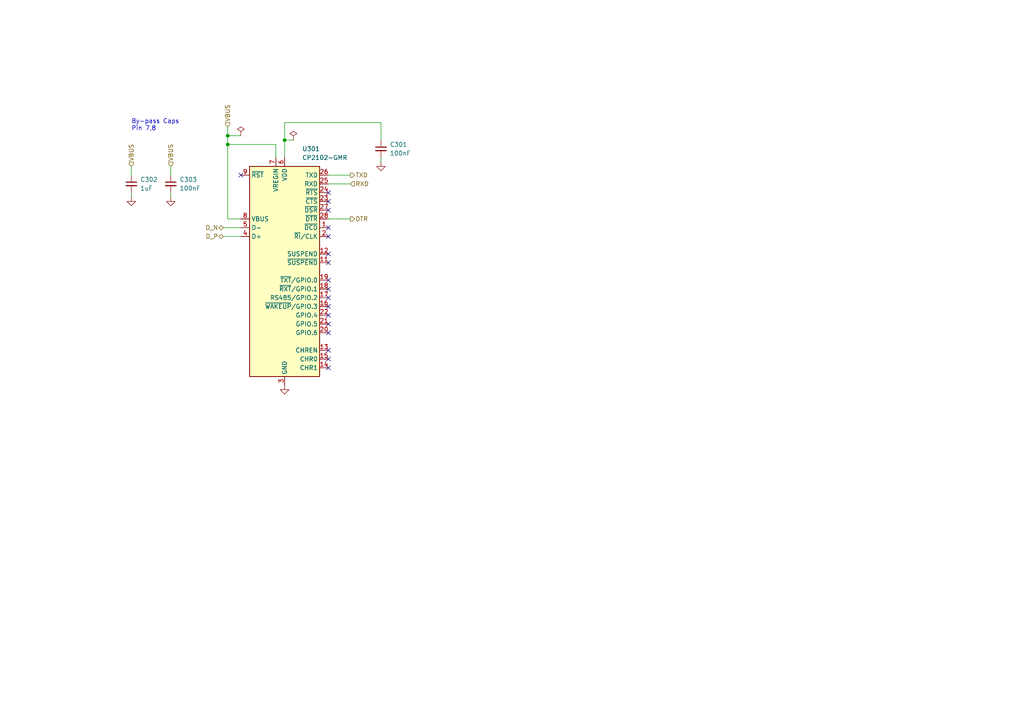
<source format=kicad_sch>
(kicad_sch (version 20230121) (generator eeschema)
  (paper "A4")
  (title_block (date "2023-01-31"))
  (lib_symbols
    (symbol "Device:C_Small" (pin_numbers hide) (pin_names (offset 0.254) hide)
      (property "Reference" "C" (at 0.254 1.778 0))
      (property "Value" "C_Small" (at 0.254 -2.032 0))
      (symbol "C_Small_0_1"
        (polyline (pts (xy -1.524 -0.508) (xy 1.524 -0.508)) (stroke (width 0.3302)))
        (polyline (pts (xy -1.524 0.508) (xy 1.524 0.508)) (stroke (width 0.3048)))
      )
      (symbol "C_Small_1_1"
        (pin passive line (at 0 2.54 270) (length 2.032) (name "~") (number "1"))
        (pin passive line (at 0 -2.54 90) (length 2.032) (name "~") (number "2"))
      )
    )
    (symbol "Interface_USB:CP2102N-Axx-xQFN28"
      (property "Reference" "U" (at -8.89 31.75 0))
      (property "Value" "CP2102N-Axx-xQFN28" (at 12.7 31.75 0))
      (symbol "CP2102N-Axx-xQFN28_0_1"
        (rectangle (start -10.16 30.48) (end 10.16 -30.48) (stroke (width 0.254)) (fill (type background)))
      )
      (symbol "CP2102N-Axx-xQFN28_1_1"
        (pin input line (at 12.7 12.7 180) (length 2.54) (name "~{DCD}") (number "1"))
        (pin no_connect line (at -10.16 -27.94 0) (length 2.54) hide (name "NC") (number "10"))
        (pin output line (at 12.7 2.54 180) (length 2.54) (name "~{SUSPEND}") (number "11"))
        (pin output line (at 12.7 5.08 180) (length 2.54) (name "SUSPEND") (number "12"))
        (pin output line (at 12.7 -22.86 180) (length 2.54) (name "CHREN") (number "13"))
        (pin output line (at 12.7 -27.94 180) (length 2.54) (name "CHR1") (number "14"))
        (pin output line (at 12.7 -25.4 180) (length 2.54) (name "CHR0") (number "15"))
        (pin bidirectional line (at 12.7 -10.16 180) (length 2.54) (name "~{WAKEUP}/GPIO.3") (number "16"))
        (pin bidirectional line (at 12.7 -7.62 180) (length 2.54) (name "RS485/GPIO.2") (number "17"))
        (pin bidirectional line (at 12.7 -5.08 180) (length 2.54) (name "~{RXT}/GPIO.1") (number "18"))
        (pin bidirectional line (at 12.7 -2.54 180) (length 2.54) (name "~{TXT}/GPIO.0") (number "19"))
        (pin bidirectional line (at 12.7 10.16 180) (length 2.54) (name "~{RI}/CLK") (number "2"))
        (pin bidirectional line (at 12.7 -17.78 180) (length 2.54) (name "GPIO.6") (number "20"))
        (pin bidirectional line (at 12.7 -15.24 180) (length 2.54) (name "GPIO.5") (number "21"))
        (pin bidirectional line (at 12.7 -12.7 180) (length 2.54) (name "GPIO.4") (number "22"))
        (pin input line (at 12.7 20.32 180) (length 2.54) (name "~{CTS}") (number "23"))
        (pin output line (at 12.7 22.86 180) (length 2.54) (name "~{RTS}") (number "24"))
        (pin input line (at 12.7 25.4 180) (length 2.54) (name "RXD") (number "25"))
        (pin output line (at 12.7 27.94 180) (length 2.54) (name "TXD") (number "26"))
        (pin input line (at 12.7 17.78 180) (length 2.54) (name "~{DSR}") (number "27"))
        (pin output line (at 12.7 15.24 180) (length 2.54) (name "~{DTR}") (number "28"))
        (pin passive line (at 0 -33.02 90) (length 2.54) hide (name "GND") (number "29"))
        (pin power_in line (at 0 -33.02 90) (length 2.54) (name "GND") (number "3"))
        (pin bidirectional line (at -12.7 10.16 0) (length 2.54) (name "D+") (number "4"))
        (pin bidirectional line (at -12.7 12.7 0) (length 2.54) (name "D-") (number "5"))
        (pin power_in line (at 0 33.02 270) (length 2.54) (name "VDD") (number "6"))
        (pin power_in line (at -2.54 33.02 270) (length 2.54) (name "VREGIN") (number "7"))
        (pin input line (at -12.7 15.24 0) (length 2.54) (name "VBUS") (number "8"))
        (pin input line (at -12.7 27.94 0) (length 2.54) (name "~{RST}") (number "9"))
      )
    )
    (symbol "power:GND" (power) (pin_names (offset 0))
      (property "Value" "GND" (at 0 -3.81 0))
      (symbol "GND_0_1"
        (polyline (pts (xy 0 0) (xy 0 -1.27) (xy 1.27 -1.27) (xy 0 -2.54) (xy -1.27 -1.27) (xy 0 -1.27)))
      )
      (symbol "GND_1_1"
        (pin power_in line (at 0 0 270) (length 0) hide (name "GND") (number "1"))
      )
    )
    (symbol "power:PWR_FLAG" (power) (pin_numbers hide) (pin_names (offset 0) hide)
      (property "Value" "PWR_FLAG" (at 0 3.81 0))
      (symbol "PWR_FLAG_0_0"
        (pin power_out line (at 0 0 90) (length 0) (name "pwr") (number "1"))
      )
      (symbol "PWR_FLAG_0_1"
        (polyline (pts (xy 0 0) (xy 0 1.27) (xy -1.016 1.905) (xy 0 2.54) (xy 1.016 1.905) (xy 0 1.27)))
      )
    )
  )
  (junction (at 66.04 39.37))
  (junction (at 82.55 40.64))
  (junction (at 66.04 41.91))
  (no_connect (at 95.25 86.36))
  (no_connect (at 95.25 73.66))
  (no_connect (at 95.25 91.44))
  (no_connect (at 95.25 68.58))
  (no_connect (at 95.25 104.14))
  (no_connect (at 95.25 55.88))
  (no_connect (at 95.25 66.04))
  (no_connect (at 95.25 101.6))
  (no_connect (at 95.25 60.96))
  (no_connect (at 95.25 83.82))
  (no_connect (at 95.25 76.2))
  (no_connect (at 95.25 81.28))
  (no_connect (at 95.25 88.9))
  (no_connect (at 95.25 58.42))
  (no_connect (at 95.25 106.68))
  (no_connect (at 69.85 50.8))
  (no_connect (at 95.25 93.98))
  (no_connect (at 95.25 96.52))
  (wire (pts (xy 49.53 48.26) (xy 49.53 50.8)))
  (wire (pts (xy 82.55 35.56) (xy 82.55 40.64)))
  (wire (pts (xy 66.04 39.37) (xy 66.04 41.91)))
  (wire (pts (xy 49.53 55.88) (xy 49.53 57.15)))
  (wire (pts (xy 80.01 45.72) (xy 80.01 41.91)))
  (wire (pts (xy 95.25 50.8) (xy 101.6 50.8)))
  (wire (pts (xy 110.49 35.56) (xy 82.55 35.56)))
  (wire (pts (xy 82.55 40.64) (xy 85.09 40.64)))
  (wire (pts (xy 66.04 36.83) (xy 66.04 39.37)))
  (wire (pts (xy 110.49 35.56) (xy 110.49 40.64)))
  (wire (pts (xy 82.55 40.64) (xy 82.55 45.72)))
  (wire (pts (xy 38.1 55.88) (xy 38.1 57.15)))
  (wire (pts (xy 95.25 53.34) (xy 101.6 53.34)))
  (wire (pts (xy 38.1 48.26) (xy 38.1 50.8)))
  (wire (pts (xy 64.77 66.04) (xy 69.85 66.04)))
  (wire (pts (xy 110.49 45.72) (xy 110.49 46.99)))
  (wire (pts (xy 95.25 63.5) (xy 101.6 63.5)))
  (wire (pts (xy 66.04 39.37) (xy 69.85 39.37)))
  (wire (pts (xy 66.04 41.91) (xy 66.04 63.5)))
  (wire (pts (xy 66.04 63.5) (xy 69.85 63.5)))
  (wire (pts (xy 64.77 68.58) (xy 69.85 68.58)))
  (wire (pts (xy 80.01 41.91) (xy 66.04 41.91)))
  (text "By-pass Caps\nPin 7,8" (at 38.1 38.1 0) (effects (font (size 1.27 1.27)) (justify left bottom)))
  (hierarchical_label "D_P" (shape bidirectional) (at 64.77 68.58 180))
  (hierarchical_label "VBUS" (shape input) (at 66.04 36.83 90))
  (hierarchical_label "VBUS" (shape input) (at 38.1 48.26 90))
  (hierarchical_label "RXD" (shape input) (at 101.6 53.34 0))
  (hierarchical_label "VBUS" (shape input) (at 49.53 48.26 90))
  (hierarchical_label "TXD" (shape output) (at 101.6 50.8 0))
  (hierarchical_label "DTR" (shape output) (at 101.6 63.5 0))
  (hierarchical_label "D_N" (shape bidirectional) (at 64.77 66.04 180))
  (symbol (lib_id "Interface_USB:CP2102N-Axx-xQFN28") (at 82.55 78.74 0) (unit 1)
    (property "Reference" "U301" (at 87.63 43.18 0) (effects (justify left)))
    (property "Value" "CP2102-GMR" (at 87.63 45.72 0) (effects (justify left)))
    (property "Footprint" "Package_DFN_QFN:QFN-28-1EP_5x5mm_P0.5mm_EP3.35x3.35mm" (effects hide))
    (property "Datasheet" "https://www.silabs.com/documents/public/data-sheets/cp2102n-datasheet.pdf" (effects hide))
    (property "LCSC" "C6568" (effects hide))
  )
  (symbol (lib_id "Device:C_Small") (at 49.53 53.34 0) (unit 1)
    (property "Reference" "C303" (at 52.07 52.0762 0) (effects (justify left)))
    (property "Value" "100nF" (at 52.07 54.6162 0) (effects (justify left)))
    (property "Footprint" "Capacitor_SMD:C_0603_1608Metric" (effects hide))
    (property "LCSC" "C14663" (effects hide))
    (instances (project "arudino-clone" (path "" (reference "C303") (unit 1))) (project "mini_arduino_clone" (path "" (reference "C302") (unit 1))))
  )
  (symbol (lib_id "power:PWR_FLAG") (at 85.09 40.64 0) (unit 1)
    (property "Reference" "#FLG0301" (effects hide))
    (property "Value" "PWR_FLAG" (effects hide))
  )
  (symbol (lib_id "power:GND") (at 82.55 111.76 0) (unit 1)
    (property "Reference" "#PWR0304" (effects hide))
    (property "Value" "GND" (effects hide))
    (instances (project "arudino-clone" (path "" (reference "#PWR0304") (unit 1))) (project "mini_arduino_clone" (path "" (reference "#PWR0303") (unit 1))))
  )
  (symbol (lib_id "power:GND") (at 49.53 57.15 0) (unit 1)
    (property "Reference" "#PWR0303" (effects hide))
    (property "Value" "GND" (effects hide))
    (instances (project "arudino-clone" (path "" (reference "#PWR0303") (unit 1))) (project "mini_arduino_clone" (path "" (reference "#PWR0302") (unit 1))))
  )
  (symbol (lib_id "Device:C_Small") (at 38.1 53.34 0) (unit 1)
    (property "Reference" "C302" (at 40.64 52.0762 0) (effects (justify left)))
    (property "Value" "1uF" (at 40.64 54.6162 0) (effects (justify left)))
    (property "Footprint" "Capacitor_SMD:C_0603_1608Metric" (effects hide))
    (property "LCSC" "C15849" (effects hide))
    (instances (project "arudino-clone" (path "" (reference "C302") (unit 1))) (project "mini_arduino_clone" (path "" (reference "C301") (unit 1))))
  )
  (symbol (lib_id "power:GND") (at 38.1 57.15 0) (unit 1)
    (property "Reference" "#PWR0302" (effects hide))
    (property "Value" "GND" (effects hide))
    (instances (project "arudino-clone" (path "" (reference "#PWR0302") (unit 1))) (project "mini_arduino_clone" (path "" (reference "#PWR0301") (unit 1))))
  )
  (symbol (lib_id "power:GND") (at 110.49 46.99 0) (unit 1)
    (property "Reference" "#PWR0301" (effects hide))
    (property "Value" "GND" (effects hide))
    (instances (project "arudino-clone" (path "" (reference "#PWR0301") (unit 1))) (project "mini_arduino_clone" (path "" (reference "#PWR0304") (unit 1))))
  )
  (symbol (lib_id "power:PWR_FLAG") (at 69.85 39.37 0) (unit 1)
    (property "Reference" "#FLG0301" (effects hide))
    (property "Value" "PWR_FLAG" (effects hide))
    (instances (project "arudino-clone" (path "" (reference "#FLG0301") (unit 1))) (project "mini_arduino_clone" (path "" (reference "#FLG01") (unit 1))))
  )
  (symbol (lib_id "Device:C_Small") (at 110.49 43.18 0) (unit 1)
    (property "Reference" "C301" (at 113.03 41.9162 0) (effects (justify left)))
    (property "Value" "100nF" (at 113.03 44.4562 0) (effects (justify left)))
    (property "Footprint" "Capacitor_SMD:C_0603_1608Metric" (effects hide))
    (property "LCSC" "C14663" (effects hide))
    (instances (project "arudino-clone" (path "" (reference "C301") (unit 1))) (project "mini_arduino_clone" (path "" (reference "C303") (unit 1))))
  )
)
</source>
